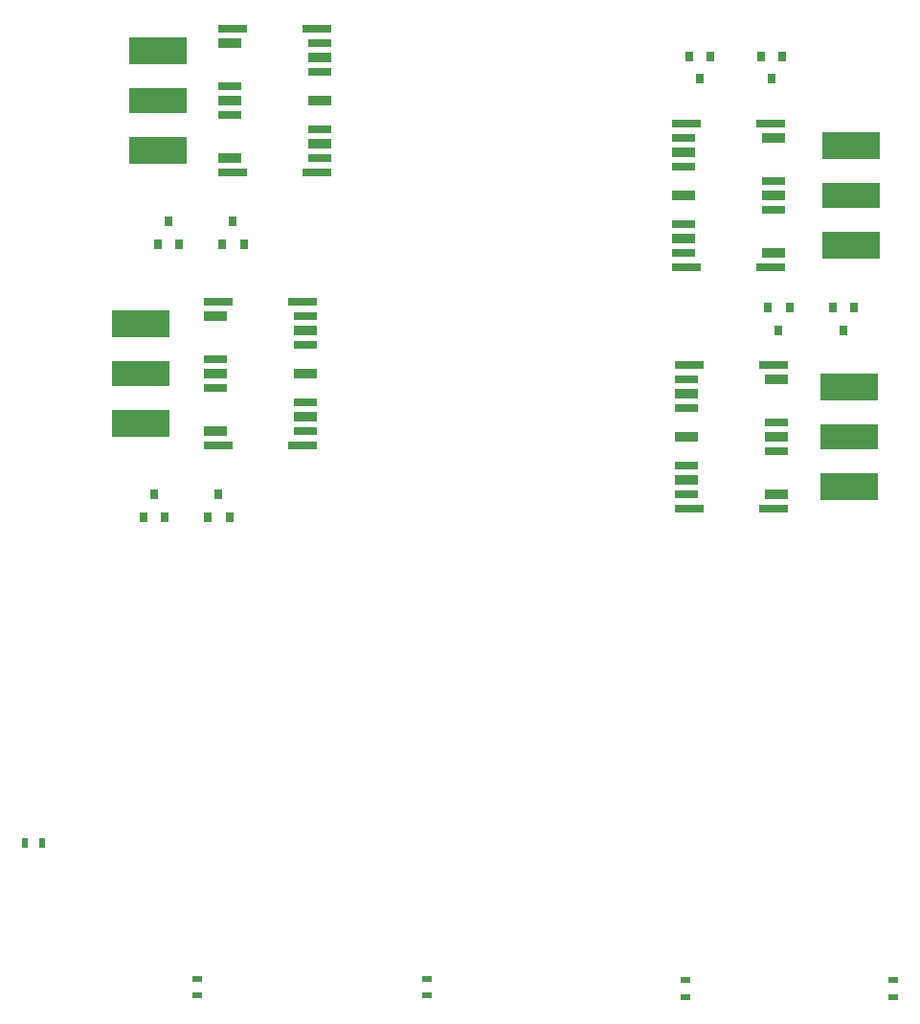
<source format=gbr>
%TF.GenerationSoftware,KiCad,Pcbnew,5.1.6*%
%TF.CreationDate,2020-08-01T20:23:43+02:00*%
%TF.ProjectId,AntSwitcher,416e7453-7769-4746-9368-65722e6b6963,rev?*%
%TF.SameCoordinates,Original*%
%TF.FileFunction,Paste,Top*%
%TF.FilePolarity,Positive*%
%FSLAX46Y46*%
G04 Gerber Fmt 4.6, Leading zero omitted, Abs format (unit mm)*
G04 Created by KiCad (PCBNEW 5.1.6) date 2020-08-01 20:23:43*
%MOMM*%
%LPD*%
G01*
G04 APERTURE LIST*
%ADD10R,0.800000X0.900000*%
%ADD11R,5.080000X2.290000*%
%ADD12R,5.080000X2.420000*%
%ADD13R,2.500000X0.700000*%
%ADD14R,2.000000X0.700000*%
%ADD15R,2.000000X0.900000*%
%ADD16R,0.900000X0.500000*%
%ADD17R,0.500000X0.900000*%
G04 APERTURE END LIST*
D10*
%TO.C,D5*%
X90805000Y-82185000D03*
X91755000Y-84185000D03*
X89855000Y-84185000D03*
%TD*%
%TO.C,D6*%
X88585000Y-108315000D03*
X90485000Y-108315000D03*
X89535000Y-106315000D03*
%TD*%
%TO.C,D8*%
X139380000Y-67580000D03*
X137480000Y-67580000D03*
X138430000Y-69580000D03*
%TD*%
%TO.C,D9*%
X139065000Y-91805000D03*
X138115000Y-89805000D03*
X140015000Y-89805000D03*
%TD*%
D11*
%TO.C,J2*%
X84132000Y-71501000D03*
D12*
X84132000Y-67121000D03*
X84132000Y-75881000D03*
%TD*%
%TO.C,J3*%
X82608000Y-100011000D03*
X82608000Y-91251000D03*
D11*
X82608000Y-95631000D03*
%TD*%
D12*
%TO.C,J4*%
X145484000Y-75503000D03*
X145484000Y-84263000D03*
D11*
X145484000Y-79883000D03*
%TD*%
%TO.C,J5*%
X145288000Y-101219000D03*
D12*
X145288000Y-105599000D03*
X145288000Y-96839000D03*
%TD*%
D13*
%TO.C,K1*%
X98238000Y-65151000D03*
D14*
X98488000Y-66421000D03*
D15*
X98488000Y-67691000D03*
D14*
X98488000Y-68961000D03*
D15*
X98488000Y-71501000D03*
D14*
X98488000Y-74041000D03*
D15*
X98488000Y-75311000D03*
D14*
X98488000Y-76581000D03*
D13*
X98238000Y-77851000D03*
X90738000Y-77851000D03*
D15*
X90488000Y-76581000D03*
D14*
X90488000Y-72771000D03*
D15*
X90488000Y-71501000D03*
D14*
X90488000Y-70231000D03*
D15*
X90488000Y-66421000D03*
D13*
X90738000Y-65151000D03*
%TD*%
%TO.C,K2*%
X96968000Y-89281000D03*
D14*
X97218000Y-90551000D03*
D15*
X97218000Y-91821000D03*
D14*
X97218000Y-93091000D03*
D15*
X97218000Y-95631000D03*
D14*
X97218000Y-98171000D03*
D15*
X97218000Y-99441000D03*
D14*
X97218000Y-100711000D03*
D13*
X96968000Y-101981000D03*
X89468000Y-101981000D03*
D15*
X89218000Y-100711000D03*
D14*
X89218000Y-96901000D03*
D15*
X89218000Y-95631000D03*
D14*
X89218000Y-94361000D03*
D15*
X89218000Y-90551000D03*
D13*
X89468000Y-89281000D03*
%TD*%
%TO.C,K3*%
X138370000Y-86233000D03*
D15*
X138620000Y-84963000D03*
D14*
X138620000Y-81153000D03*
D15*
X138620000Y-79883000D03*
D14*
X138620000Y-78613000D03*
D15*
X138620000Y-74803000D03*
D13*
X138370000Y-73533000D03*
X130870000Y-73533000D03*
D14*
X130620000Y-74803000D03*
D15*
X130620000Y-76073000D03*
D14*
X130620000Y-77343000D03*
D15*
X130620000Y-79883000D03*
D14*
X130620000Y-82423000D03*
D15*
X130620000Y-83693000D03*
D14*
X130620000Y-84963000D03*
D13*
X130870000Y-86233000D03*
%TD*%
%TO.C,K4*%
X138624000Y-107569000D03*
D15*
X138874000Y-106299000D03*
D14*
X138874000Y-102489000D03*
D15*
X138874000Y-101219000D03*
D14*
X138874000Y-99949000D03*
D15*
X138874000Y-96139000D03*
D13*
X138624000Y-94869000D03*
X131124000Y-94869000D03*
D14*
X130874000Y-96139000D03*
D15*
X130874000Y-97409000D03*
D14*
X130874000Y-98679000D03*
D15*
X130874000Y-101219000D03*
D14*
X130874000Y-103759000D03*
D15*
X130874000Y-105029000D03*
D14*
X130874000Y-106299000D03*
D13*
X131124000Y-107569000D03*
%TD*%
D10*
%TO.C,Q1*%
X82870000Y-108315000D03*
X84770000Y-108315000D03*
X83820000Y-106315000D03*
%TD*%
%TO.C,Q2*%
X85090000Y-82185000D03*
X86040000Y-84185000D03*
X84140000Y-84185000D03*
%TD*%
%TO.C,Q3*%
X133030000Y-67580000D03*
X131130000Y-67580000D03*
X132080000Y-69580000D03*
%TD*%
%TO.C,Q4*%
X144780000Y-91805000D03*
X143830000Y-89805000D03*
X145730000Y-89805000D03*
%TD*%
D16*
%TO.C,R1*%
X107950000Y-150610000D03*
X107950000Y-149110000D03*
%TD*%
%TO.C,R2*%
X87630000Y-149110000D03*
X87630000Y-150610000D03*
%TD*%
D17*
%TO.C,R3*%
X73890000Y-137160000D03*
X72390000Y-137160000D03*
%TD*%
D16*
%TO.C,R4*%
X130810000Y-150725000D03*
X130810000Y-149225000D03*
%TD*%
%TO.C,R5*%
X149225000Y-150725000D03*
X149225000Y-149225000D03*
%TD*%
M02*

</source>
